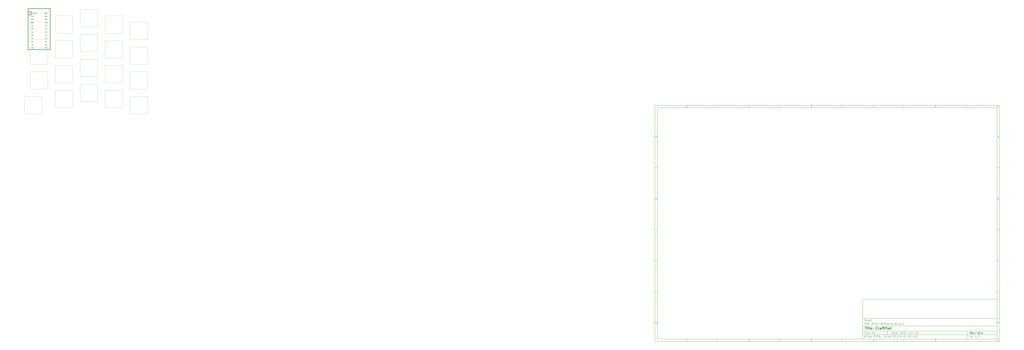
<source format=gbr>
%TF.GenerationSoftware,KiCad,Pcbnew,(5.1.9-0-10_14)*%
%TF.CreationDate,2021-04-02T00:26:10+08:00*%
%TF.ProjectId,MinecraftPad,4d696e65-6372-4616-9674-5061642e6b69,v0.1*%
%TF.SameCoordinates,Original*%
%TF.FileFunction,Legend,Bot*%
%TF.FilePolarity,Positive*%
%FSLAX46Y46*%
G04 Gerber Fmt 4.6, Leading zero omitted, Abs format (unit mm)*
G04 Created by KiCad (PCBNEW (5.1.9-0-10_14)) date 2021-04-02 00:26:10*
%MOMM*%
%LPD*%
G01*
G04 APERTURE LIST*
%ADD10C,0.100000*%
%ADD11C,0.150000*%
%ADD12C,0.300000*%
%ADD13C,0.400000*%
%ADD14C,0.120000*%
%ADD15C,0.381000*%
G04 APERTURE END LIST*
D10*
D11*
X177002200Y-166007200D02*
X177002200Y-198007200D01*
X285002200Y-198007200D01*
X285002200Y-166007200D01*
X177002200Y-166007200D01*
D10*
D11*
X10000000Y-10000000D02*
X10000000Y-200007200D01*
X287002200Y-200007200D01*
X287002200Y-10000000D01*
X10000000Y-10000000D01*
D10*
D11*
X12000000Y-12000000D02*
X12000000Y-198007200D01*
X285002200Y-198007200D01*
X285002200Y-12000000D01*
X12000000Y-12000000D01*
D10*
D11*
X60000000Y-12000000D02*
X60000000Y-10000000D01*
D10*
D11*
X110000000Y-12000000D02*
X110000000Y-10000000D01*
D10*
D11*
X160000000Y-12000000D02*
X160000000Y-10000000D01*
D10*
D11*
X210000000Y-12000000D02*
X210000000Y-10000000D01*
D10*
D11*
X260000000Y-12000000D02*
X260000000Y-10000000D01*
D10*
D11*
X36065476Y-11588095D02*
X35322619Y-11588095D01*
X35694047Y-11588095D02*
X35694047Y-10288095D01*
X35570238Y-10473809D01*
X35446428Y-10597619D01*
X35322619Y-10659523D01*
D10*
D11*
X85322619Y-10411904D02*
X85384523Y-10350000D01*
X85508333Y-10288095D01*
X85817857Y-10288095D01*
X85941666Y-10350000D01*
X86003571Y-10411904D01*
X86065476Y-10535714D01*
X86065476Y-10659523D01*
X86003571Y-10845238D01*
X85260714Y-11588095D01*
X86065476Y-11588095D01*
D10*
D11*
X135260714Y-10288095D02*
X136065476Y-10288095D01*
X135632142Y-10783333D01*
X135817857Y-10783333D01*
X135941666Y-10845238D01*
X136003571Y-10907142D01*
X136065476Y-11030952D01*
X136065476Y-11340476D01*
X136003571Y-11464285D01*
X135941666Y-11526190D01*
X135817857Y-11588095D01*
X135446428Y-11588095D01*
X135322619Y-11526190D01*
X135260714Y-11464285D01*
D10*
D11*
X185941666Y-10721428D02*
X185941666Y-11588095D01*
X185632142Y-10226190D02*
X185322619Y-11154761D01*
X186127380Y-11154761D01*
D10*
D11*
X236003571Y-10288095D02*
X235384523Y-10288095D01*
X235322619Y-10907142D01*
X235384523Y-10845238D01*
X235508333Y-10783333D01*
X235817857Y-10783333D01*
X235941666Y-10845238D01*
X236003571Y-10907142D01*
X236065476Y-11030952D01*
X236065476Y-11340476D01*
X236003571Y-11464285D01*
X235941666Y-11526190D01*
X235817857Y-11588095D01*
X235508333Y-11588095D01*
X235384523Y-11526190D01*
X235322619Y-11464285D01*
D10*
D11*
X285941666Y-10288095D02*
X285694047Y-10288095D01*
X285570238Y-10350000D01*
X285508333Y-10411904D01*
X285384523Y-10597619D01*
X285322619Y-10845238D01*
X285322619Y-11340476D01*
X285384523Y-11464285D01*
X285446428Y-11526190D01*
X285570238Y-11588095D01*
X285817857Y-11588095D01*
X285941666Y-11526190D01*
X286003571Y-11464285D01*
X286065476Y-11340476D01*
X286065476Y-11030952D01*
X286003571Y-10907142D01*
X285941666Y-10845238D01*
X285817857Y-10783333D01*
X285570238Y-10783333D01*
X285446428Y-10845238D01*
X285384523Y-10907142D01*
X285322619Y-11030952D01*
D10*
D11*
X60000000Y-198007200D02*
X60000000Y-200007200D01*
D10*
D11*
X110000000Y-198007200D02*
X110000000Y-200007200D01*
D10*
D11*
X160000000Y-198007200D02*
X160000000Y-200007200D01*
D10*
D11*
X210000000Y-198007200D02*
X210000000Y-200007200D01*
D10*
D11*
X260000000Y-198007200D02*
X260000000Y-200007200D01*
D10*
D11*
X36065476Y-199595295D02*
X35322619Y-199595295D01*
X35694047Y-199595295D02*
X35694047Y-198295295D01*
X35570238Y-198481009D01*
X35446428Y-198604819D01*
X35322619Y-198666723D01*
D10*
D11*
X85322619Y-198419104D02*
X85384523Y-198357200D01*
X85508333Y-198295295D01*
X85817857Y-198295295D01*
X85941666Y-198357200D01*
X86003571Y-198419104D01*
X86065476Y-198542914D01*
X86065476Y-198666723D01*
X86003571Y-198852438D01*
X85260714Y-199595295D01*
X86065476Y-199595295D01*
D10*
D11*
X135260714Y-198295295D02*
X136065476Y-198295295D01*
X135632142Y-198790533D01*
X135817857Y-198790533D01*
X135941666Y-198852438D01*
X136003571Y-198914342D01*
X136065476Y-199038152D01*
X136065476Y-199347676D01*
X136003571Y-199471485D01*
X135941666Y-199533390D01*
X135817857Y-199595295D01*
X135446428Y-199595295D01*
X135322619Y-199533390D01*
X135260714Y-199471485D01*
D10*
D11*
X185941666Y-198728628D02*
X185941666Y-199595295D01*
X185632142Y-198233390D02*
X185322619Y-199161961D01*
X186127380Y-199161961D01*
D10*
D11*
X236003571Y-198295295D02*
X235384523Y-198295295D01*
X235322619Y-198914342D01*
X235384523Y-198852438D01*
X235508333Y-198790533D01*
X235817857Y-198790533D01*
X235941666Y-198852438D01*
X236003571Y-198914342D01*
X236065476Y-199038152D01*
X236065476Y-199347676D01*
X236003571Y-199471485D01*
X235941666Y-199533390D01*
X235817857Y-199595295D01*
X235508333Y-199595295D01*
X235384523Y-199533390D01*
X235322619Y-199471485D01*
D10*
D11*
X285941666Y-198295295D02*
X285694047Y-198295295D01*
X285570238Y-198357200D01*
X285508333Y-198419104D01*
X285384523Y-198604819D01*
X285322619Y-198852438D01*
X285322619Y-199347676D01*
X285384523Y-199471485D01*
X285446428Y-199533390D01*
X285570238Y-199595295D01*
X285817857Y-199595295D01*
X285941666Y-199533390D01*
X286003571Y-199471485D01*
X286065476Y-199347676D01*
X286065476Y-199038152D01*
X286003571Y-198914342D01*
X285941666Y-198852438D01*
X285817857Y-198790533D01*
X285570238Y-198790533D01*
X285446428Y-198852438D01*
X285384523Y-198914342D01*
X285322619Y-199038152D01*
D10*
D11*
X10000000Y-60000000D02*
X12000000Y-60000000D01*
D10*
D11*
X10000000Y-110000000D02*
X12000000Y-110000000D01*
D10*
D11*
X10000000Y-160000000D02*
X12000000Y-160000000D01*
D10*
D11*
X10690476Y-35216666D02*
X11309523Y-35216666D01*
X10566666Y-35588095D02*
X11000000Y-34288095D01*
X11433333Y-35588095D01*
D10*
D11*
X11092857Y-84907142D02*
X11278571Y-84969047D01*
X11340476Y-85030952D01*
X11402380Y-85154761D01*
X11402380Y-85340476D01*
X11340476Y-85464285D01*
X11278571Y-85526190D01*
X11154761Y-85588095D01*
X10659523Y-85588095D01*
X10659523Y-84288095D01*
X11092857Y-84288095D01*
X11216666Y-84350000D01*
X11278571Y-84411904D01*
X11340476Y-84535714D01*
X11340476Y-84659523D01*
X11278571Y-84783333D01*
X11216666Y-84845238D01*
X11092857Y-84907142D01*
X10659523Y-84907142D01*
D10*
D11*
X11402380Y-135464285D02*
X11340476Y-135526190D01*
X11154761Y-135588095D01*
X11030952Y-135588095D01*
X10845238Y-135526190D01*
X10721428Y-135402380D01*
X10659523Y-135278571D01*
X10597619Y-135030952D01*
X10597619Y-134845238D01*
X10659523Y-134597619D01*
X10721428Y-134473809D01*
X10845238Y-134350000D01*
X11030952Y-134288095D01*
X11154761Y-134288095D01*
X11340476Y-134350000D01*
X11402380Y-134411904D01*
D10*
D11*
X10659523Y-185588095D02*
X10659523Y-184288095D01*
X10969047Y-184288095D01*
X11154761Y-184350000D01*
X11278571Y-184473809D01*
X11340476Y-184597619D01*
X11402380Y-184845238D01*
X11402380Y-185030952D01*
X11340476Y-185278571D01*
X11278571Y-185402380D01*
X11154761Y-185526190D01*
X10969047Y-185588095D01*
X10659523Y-185588095D01*
D10*
D11*
X287002200Y-60000000D02*
X285002200Y-60000000D01*
D10*
D11*
X287002200Y-110000000D02*
X285002200Y-110000000D01*
D10*
D11*
X287002200Y-160000000D02*
X285002200Y-160000000D01*
D10*
D11*
X285692676Y-35216666D02*
X286311723Y-35216666D01*
X285568866Y-35588095D02*
X286002200Y-34288095D01*
X286435533Y-35588095D01*
D10*
D11*
X286095057Y-84907142D02*
X286280771Y-84969047D01*
X286342676Y-85030952D01*
X286404580Y-85154761D01*
X286404580Y-85340476D01*
X286342676Y-85464285D01*
X286280771Y-85526190D01*
X286156961Y-85588095D01*
X285661723Y-85588095D01*
X285661723Y-84288095D01*
X286095057Y-84288095D01*
X286218866Y-84350000D01*
X286280771Y-84411904D01*
X286342676Y-84535714D01*
X286342676Y-84659523D01*
X286280771Y-84783333D01*
X286218866Y-84845238D01*
X286095057Y-84907142D01*
X285661723Y-84907142D01*
D10*
D11*
X286404580Y-135464285D02*
X286342676Y-135526190D01*
X286156961Y-135588095D01*
X286033152Y-135588095D01*
X285847438Y-135526190D01*
X285723628Y-135402380D01*
X285661723Y-135278571D01*
X285599819Y-135030952D01*
X285599819Y-134845238D01*
X285661723Y-134597619D01*
X285723628Y-134473809D01*
X285847438Y-134350000D01*
X286033152Y-134288095D01*
X286156961Y-134288095D01*
X286342676Y-134350000D01*
X286404580Y-134411904D01*
D10*
D11*
X285661723Y-185588095D02*
X285661723Y-184288095D01*
X285971247Y-184288095D01*
X286156961Y-184350000D01*
X286280771Y-184473809D01*
X286342676Y-184597619D01*
X286404580Y-184845238D01*
X286404580Y-185030952D01*
X286342676Y-185278571D01*
X286280771Y-185402380D01*
X286156961Y-185526190D01*
X285971247Y-185588095D01*
X285661723Y-185588095D01*
D10*
D11*
X200434342Y-193785771D02*
X200434342Y-192285771D01*
X200791485Y-192285771D01*
X201005771Y-192357200D01*
X201148628Y-192500057D01*
X201220057Y-192642914D01*
X201291485Y-192928628D01*
X201291485Y-193142914D01*
X201220057Y-193428628D01*
X201148628Y-193571485D01*
X201005771Y-193714342D01*
X200791485Y-193785771D01*
X200434342Y-193785771D01*
X202577200Y-193785771D02*
X202577200Y-193000057D01*
X202505771Y-192857200D01*
X202362914Y-192785771D01*
X202077200Y-192785771D01*
X201934342Y-192857200D01*
X202577200Y-193714342D02*
X202434342Y-193785771D01*
X202077200Y-193785771D01*
X201934342Y-193714342D01*
X201862914Y-193571485D01*
X201862914Y-193428628D01*
X201934342Y-193285771D01*
X202077200Y-193214342D01*
X202434342Y-193214342D01*
X202577200Y-193142914D01*
X203077200Y-192785771D02*
X203648628Y-192785771D01*
X203291485Y-192285771D02*
X203291485Y-193571485D01*
X203362914Y-193714342D01*
X203505771Y-193785771D01*
X203648628Y-193785771D01*
X204720057Y-193714342D02*
X204577200Y-193785771D01*
X204291485Y-193785771D01*
X204148628Y-193714342D01*
X204077200Y-193571485D01*
X204077200Y-193000057D01*
X204148628Y-192857200D01*
X204291485Y-192785771D01*
X204577200Y-192785771D01*
X204720057Y-192857200D01*
X204791485Y-193000057D01*
X204791485Y-193142914D01*
X204077200Y-193285771D01*
X205434342Y-193642914D02*
X205505771Y-193714342D01*
X205434342Y-193785771D01*
X205362914Y-193714342D01*
X205434342Y-193642914D01*
X205434342Y-193785771D01*
X205434342Y-192857200D02*
X205505771Y-192928628D01*
X205434342Y-193000057D01*
X205362914Y-192928628D01*
X205434342Y-192857200D01*
X205434342Y-193000057D01*
X207220057Y-192428628D02*
X207291485Y-192357200D01*
X207434342Y-192285771D01*
X207791485Y-192285771D01*
X207934342Y-192357200D01*
X208005771Y-192428628D01*
X208077200Y-192571485D01*
X208077200Y-192714342D01*
X208005771Y-192928628D01*
X207148628Y-193785771D01*
X208077200Y-193785771D01*
X209005771Y-192285771D02*
X209148628Y-192285771D01*
X209291485Y-192357200D01*
X209362914Y-192428628D01*
X209434342Y-192571485D01*
X209505771Y-192857200D01*
X209505771Y-193214342D01*
X209434342Y-193500057D01*
X209362914Y-193642914D01*
X209291485Y-193714342D01*
X209148628Y-193785771D01*
X209005771Y-193785771D01*
X208862914Y-193714342D01*
X208791485Y-193642914D01*
X208720057Y-193500057D01*
X208648628Y-193214342D01*
X208648628Y-192857200D01*
X208720057Y-192571485D01*
X208791485Y-192428628D01*
X208862914Y-192357200D01*
X209005771Y-192285771D01*
X210077200Y-192428628D02*
X210148628Y-192357200D01*
X210291485Y-192285771D01*
X210648628Y-192285771D01*
X210791485Y-192357200D01*
X210862914Y-192428628D01*
X210934342Y-192571485D01*
X210934342Y-192714342D01*
X210862914Y-192928628D01*
X210005771Y-193785771D01*
X210934342Y-193785771D01*
X212362914Y-193785771D02*
X211505771Y-193785771D01*
X211934342Y-193785771D02*
X211934342Y-192285771D01*
X211791485Y-192500057D01*
X211648628Y-192642914D01*
X211505771Y-192714342D01*
X213005771Y-193214342D02*
X214148628Y-193214342D01*
X215148628Y-192285771D02*
X215291485Y-192285771D01*
X215434342Y-192357200D01*
X215505771Y-192428628D01*
X215577200Y-192571485D01*
X215648628Y-192857200D01*
X215648628Y-193214342D01*
X215577200Y-193500057D01*
X215505771Y-193642914D01*
X215434342Y-193714342D01*
X215291485Y-193785771D01*
X215148628Y-193785771D01*
X215005771Y-193714342D01*
X214934342Y-193642914D01*
X214862914Y-193500057D01*
X214791485Y-193214342D01*
X214791485Y-192857200D01*
X214862914Y-192571485D01*
X214934342Y-192428628D01*
X215005771Y-192357200D01*
X215148628Y-192285771D01*
X216934342Y-192785771D02*
X216934342Y-193785771D01*
X216577200Y-192214342D02*
X216220057Y-193285771D01*
X217148628Y-193285771D01*
X217720057Y-193214342D02*
X218862914Y-193214342D01*
X219862914Y-192285771D02*
X220005771Y-192285771D01*
X220148628Y-192357200D01*
X220220057Y-192428628D01*
X220291485Y-192571485D01*
X220362914Y-192857200D01*
X220362914Y-193214342D01*
X220291485Y-193500057D01*
X220220057Y-193642914D01*
X220148628Y-193714342D01*
X220005771Y-193785771D01*
X219862914Y-193785771D01*
X219720057Y-193714342D01*
X219648628Y-193642914D01*
X219577200Y-193500057D01*
X219505771Y-193214342D01*
X219505771Y-192857200D01*
X219577200Y-192571485D01*
X219648628Y-192428628D01*
X219720057Y-192357200D01*
X219862914Y-192285771D01*
X221791485Y-193785771D02*
X220934342Y-193785771D01*
X221362914Y-193785771D02*
X221362914Y-192285771D01*
X221220057Y-192500057D01*
X221077200Y-192642914D01*
X220934342Y-192714342D01*
D10*
D11*
X177002200Y-194507200D02*
X285002200Y-194507200D01*
D10*
D11*
X178434342Y-196585771D02*
X178434342Y-195085771D01*
X179291485Y-196585771D02*
X178648628Y-195728628D01*
X179291485Y-195085771D02*
X178434342Y-195942914D01*
X179934342Y-196585771D02*
X179934342Y-195585771D01*
X179934342Y-195085771D02*
X179862914Y-195157200D01*
X179934342Y-195228628D01*
X180005771Y-195157200D01*
X179934342Y-195085771D01*
X179934342Y-195228628D01*
X181505771Y-196442914D02*
X181434342Y-196514342D01*
X181220057Y-196585771D01*
X181077200Y-196585771D01*
X180862914Y-196514342D01*
X180720057Y-196371485D01*
X180648628Y-196228628D01*
X180577200Y-195942914D01*
X180577200Y-195728628D01*
X180648628Y-195442914D01*
X180720057Y-195300057D01*
X180862914Y-195157200D01*
X181077200Y-195085771D01*
X181220057Y-195085771D01*
X181434342Y-195157200D01*
X181505771Y-195228628D01*
X182791485Y-196585771D02*
X182791485Y-195800057D01*
X182720057Y-195657200D01*
X182577200Y-195585771D01*
X182291485Y-195585771D01*
X182148628Y-195657200D01*
X182791485Y-196514342D02*
X182648628Y-196585771D01*
X182291485Y-196585771D01*
X182148628Y-196514342D01*
X182077200Y-196371485D01*
X182077200Y-196228628D01*
X182148628Y-196085771D01*
X182291485Y-196014342D01*
X182648628Y-196014342D01*
X182791485Y-195942914D01*
X184148628Y-196585771D02*
X184148628Y-195085771D01*
X184148628Y-196514342D02*
X184005771Y-196585771D01*
X183720057Y-196585771D01*
X183577200Y-196514342D01*
X183505771Y-196442914D01*
X183434342Y-196300057D01*
X183434342Y-195871485D01*
X183505771Y-195728628D01*
X183577200Y-195657200D01*
X183720057Y-195585771D01*
X184005771Y-195585771D01*
X184148628Y-195657200D01*
X186005771Y-195800057D02*
X186505771Y-195800057D01*
X186720057Y-196585771D02*
X186005771Y-196585771D01*
X186005771Y-195085771D01*
X186720057Y-195085771D01*
X187362914Y-196442914D02*
X187434342Y-196514342D01*
X187362914Y-196585771D01*
X187291485Y-196514342D01*
X187362914Y-196442914D01*
X187362914Y-196585771D01*
X188077200Y-196585771D02*
X188077200Y-195085771D01*
X188434342Y-195085771D01*
X188648628Y-195157200D01*
X188791485Y-195300057D01*
X188862914Y-195442914D01*
X188934342Y-195728628D01*
X188934342Y-195942914D01*
X188862914Y-196228628D01*
X188791485Y-196371485D01*
X188648628Y-196514342D01*
X188434342Y-196585771D01*
X188077200Y-196585771D01*
X189577200Y-196442914D02*
X189648628Y-196514342D01*
X189577200Y-196585771D01*
X189505771Y-196514342D01*
X189577200Y-196442914D01*
X189577200Y-196585771D01*
X190220057Y-196157200D02*
X190934342Y-196157200D01*
X190077200Y-196585771D02*
X190577200Y-195085771D01*
X191077200Y-196585771D01*
X191577200Y-196442914D02*
X191648628Y-196514342D01*
X191577200Y-196585771D01*
X191505771Y-196514342D01*
X191577200Y-196442914D01*
X191577200Y-196585771D01*
X194577200Y-196585771D02*
X194577200Y-195085771D01*
X194720057Y-196014342D02*
X195148628Y-196585771D01*
X195148628Y-195585771D02*
X194577200Y-196157200D01*
X195791485Y-196585771D02*
X195791485Y-195585771D01*
X195791485Y-195085771D02*
X195720057Y-195157200D01*
X195791485Y-195228628D01*
X195862914Y-195157200D01*
X195791485Y-195085771D01*
X195791485Y-195228628D01*
X197148628Y-196514342D02*
X197005771Y-196585771D01*
X196720057Y-196585771D01*
X196577200Y-196514342D01*
X196505771Y-196442914D01*
X196434342Y-196300057D01*
X196434342Y-195871485D01*
X196505771Y-195728628D01*
X196577200Y-195657200D01*
X196720057Y-195585771D01*
X197005771Y-195585771D01*
X197148628Y-195657200D01*
X198434342Y-196585771D02*
X198434342Y-195800057D01*
X198362914Y-195657200D01*
X198220057Y-195585771D01*
X197934342Y-195585771D01*
X197791485Y-195657200D01*
X198434342Y-196514342D02*
X198291485Y-196585771D01*
X197934342Y-196585771D01*
X197791485Y-196514342D01*
X197720057Y-196371485D01*
X197720057Y-196228628D01*
X197791485Y-196085771D01*
X197934342Y-196014342D01*
X198291485Y-196014342D01*
X198434342Y-195942914D01*
X199791485Y-196585771D02*
X199791485Y-195085771D01*
X199791485Y-196514342D02*
X199648628Y-196585771D01*
X199362914Y-196585771D01*
X199220057Y-196514342D01*
X199148628Y-196442914D01*
X199077200Y-196300057D01*
X199077200Y-195871485D01*
X199148628Y-195728628D01*
X199220057Y-195657200D01*
X199362914Y-195585771D01*
X199648628Y-195585771D01*
X199791485Y-195657200D01*
X202077200Y-197157200D02*
X202005771Y-197085771D01*
X201862914Y-196871485D01*
X201791485Y-196728628D01*
X201720057Y-196514342D01*
X201648628Y-196157200D01*
X201648628Y-195871485D01*
X201720057Y-195514342D01*
X201791485Y-195300057D01*
X201862914Y-195157200D01*
X202005771Y-194942914D01*
X202077200Y-194871485D01*
X203362914Y-195085771D02*
X202648628Y-195085771D01*
X202577200Y-195800057D01*
X202648628Y-195728628D01*
X202791485Y-195657200D01*
X203148628Y-195657200D01*
X203291485Y-195728628D01*
X203362914Y-195800057D01*
X203434342Y-195942914D01*
X203434342Y-196300057D01*
X203362914Y-196442914D01*
X203291485Y-196514342D01*
X203148628Y-196585771D01*
X202791485Y-196585771D01*
X202648628Y-196514342D01*
X202577200Y-196442914D01*
X204077200Y-196442914D02*
X204148628Y-196514342D01*
X204077200Y-196585771D01*
X204005771Y-196514342D01*
X204077200Y-196442914D01*
X204077200Y-196585771D01*
X205577200Y-196585771D02*
X204720057Y-196585771D01*
X205148628Y-196585771D02*
X205148628Y-195085771D01*
X205005771Y-195300057D01*
X204862914Y-195442914D01*
X204720057Y-195514342D01*
X206220057Y-196442914D02*
X206291485Y-196514342D01*
X206220057Y-196585771D01*
X206148628Y-196514342D01*
X206220057Y-196442914D01*
X206220057Y-196585771D01*
X207005771Y-196585771D02*
X207291485Y-196585771D01*
X207434342Y-196514342D01*
X207505771Y-196442914D01*
X207648628Y-196228628D01*
X207720057Y-195942914D01*
X207720057Y-195371485D01*
X207648628Y-195228628D01*
X207577200Y-195157200D01*
X207434342Y-195085771D01*
X207148628Y-195085771D01*
X207005771Y-195157200D01*
X206934342Y-195228628D01*
X206862914Y-195371485D01*
X206862914Y-195728628D01*
X206934342Y-195871485D01*
X207005771Y-195942914D01*
X207148628Y-196014342D01*
X207434342Y-196014342D01*
X207577200Y-195942914D01*
X207648628Y-195871485D01*
X207720057Y-195728628D01*
X208362914Y-196014342D02*
X209505771Y-196014342D01*
X210505771Y-195085771D02*
X210648628Y-195085771D01*
X210791485Y-195157200D01*
X210862914Y-195228628D01*
X210934342Y-195371485D01*
X211005771Y-195657200D01*
X211005771Y-196014342D01*
X210934342Y-196300057D01*
X210862914Y-196442914D01*
X210791485Y-196514342D01*
X210648628Y-196585771D01*
X210505771Y-196585771D01*
X210362914Y-196514342D01*
X210291485Y-196442914D01*
X210220057Y-196300057D01*
X210148628Y-196014342D01*
X210148628Y-195657200D01*
X210220057Y-195371485D01*
X210291485Y-195228628D01*
X210362914Y-195157200D01*
X210505771Y-195085771D01*
X211648628Y-196014342D02*
X212791485Y-196014342D01*
X214291485Y-196585771D02*
X213434342Y-196585771D01*
X213862914Y-196585771D02*
X213862914Y-195085771D01*
X213720057Y-195300057D01*
X213577200Y-195442914D01*
X213434342Y-195514342D01*
X215220057Y-195085771D02*
X215362914Y-195085771D01*
X215505771Y-195157200D01*
X215577200Y-195228628D01*
X215648628Y-195371485D01*
X215720057Y-195657200D01*
X215720057Y-196014342D01*
X215648628Y-196300057D01*
X215577200Y-196442914D01*
X215505771Y-196514342D01*
X215362914Y-196585771D01*
X215220057Y-196585771D01*
X215077200Y-196514342D01*
X215005771Y-196442914D01*
X214934342Y-196300057D01*
X214862914Y-196014342D01*
X214862914Y-195657200D01*
X214934342Y-195371485D01*
X215005771Y-195228628D01*
X215077200Y-195157200D01*
X215220057Y-195085771D01*
X216005771Y-196728628D02*
X217148628Y-196728628D01*
X218291485Y-196585771D02*
X217434342Y-196585771D01*
X217862914Y-196585771D02*
X217862914Y-195085771D01*
X217720057Y-195300057D01*
X217577200Y-195442914D01*
X217434342Y-195514342D01*
X219577200Y-195585771D02*
X219577200Y-196585771D01*
X219220057Y-195014342D02*
X218862914Y-196085771D01*
X219791485Y-196085771D01*
X220220057Y-197157200D02*
X220291485Y-197085771D01*
X220434342Y-196871485D01*
X220505771Y-196728628D01*
X220577200Y-196514342D01*
X220648628Y-196157200D01*
X220648628Y-195871485D01*
X220577200Y-195514342D01*
X220505771Y-195300057D01*
X220434342Y-195157200D01*
X220291485Y-194942914D01*
X220220057Y-194871485D01*
D10*
D11*
X177002200Y-191507200D02*
X285002200Y-191507200D01*
D10*
D12*
X264411485Y-193785771D02*
X263911485Y-193071485D01*
X263554342Y-193785771D02*
X263554342Y-192285771D01*
X264125771Y-192285771D01*
X264268628Y-192357200D01*
X264340057Y-192428628D01*
X264411485Y-192571485D01*
X264411485Y-192785771D01*
X264340057Y-192928628D01*
X264268628Y-193000057D01*
X264125771Y-193071485D01*
X263554342Y-193071485D01*
X265625771Y-193714342D02*
X265482914Y-193785771D01*
X265197200Y-193785771D01*
X265054342Y-193714342D01*
X264982914Y-193571485D01*
X264982914Y-193000057D01*
X265054342Y-192857200D01*
X265197200Y-192785771D01*
X265482914Y-192785771D01*
X265625771Y-192857200D01*
X265697200Y-193000057D01*
X265697200Y-193142914D01*
X264982914Y-193285771D01*
X266197200Y-192785771D02*
X266554342Y-193785771D01*
X266911485Y-192785771D01*
X267482914Y-193642914D02*
X267554342Y-193714342D01*
X267482914Y-193785771D01*
X267411485Y-193714342D01*
X267482914Y-193642914D01*
X267482914Y-193785771D01*
X267482914Y-192857200D02*
X267554342Y-192928628D01*
X267482914Y-193000057D01*
X267411485Y-192928628D01*
X267482914Y-192857200D01*
X267482914Y-193000057D01*
X269197200Y-192785771D02*
X269554342Y-193785771D01*
X269911485Y-192785771D01*
X270768628Y-192285771D02*
X270911485Y-192285771D01*
X271054342Y-192357200D01*
X271125771Y-192428628D01*
X271197200Y-192571485D01*
X271268628Y-192857200D01*
X271268628Y-193214342D01*
X271197200Y-193500057D01*
X271125771Y-193642914D01*
X271054342Y-193714342D01*
X270911485Y-193785771D01*
X270768628Y-193785771D01*
X270625771Y-193714342D01*
X270554342Y-193642914D01*
X270482914Y-193500057D01*
X270411485Y-193214342D01*
X270411485Y-192857200D01*
X270482914Y-192571485D01*
X270554342Y-192428628D01*
X270625771Y-192357200D01*
X270768628Y-192285771D01*
X271911485Y-193642914D02*
X271982914Y-193714342D01*
X271911485Y-193785771D01*
X271840057Y-193714342D01*
X271911485Y-193642914D01*
X271911485Y-193785771D01*
X273411485Y-193785771D02*
X272554342Y-193785771D01*
X272982914Y-193785771D02*
X272982914Y-192285771D01*
X272840057Y-192500057D01*
X272697200Y-192642914D01*
X272554342Y-192714342D01*
D10*
D11*
X178362914Y-193714342D02*
X178577200Y-193785771D01*
X178934342Y-193785771D01*
X179077200Y-193714342D01*
X179148628Y-193642914D01*
X179220057Y-193500057D01*
X179220057Y-193357200D01*
X179148628Y-193214342D01*
X179077200Y-193142914D01*
X178934342Y-193071485D01*
X178648628Y-193000057D01*
X178505771Y-192928628D01*
X178434342Y-192857200D01*
X178362914Y-192714342D01*
X178362914Y-192571485D01*
X178434342Y-192428628D01*
X178505771Y-192357200D01*
X178648628Y-192285771D01*
X179005771Y-192285771D01*
X179220057Y-192357200D01*
X179862914Y-193785771D02*
X179862914Y-192785771D01*
X179862914Y-192285771D02*
X179791485Y-192357200D01*
X179862914Y-192428628D01*
X179934342Y-192357200D01*
X179862914Y-192285771D01*
X179862914Y-192428628D01*
X180434342Y-192785771D02*
X181220057Y-192785771D01*
X180434342Y-193785771D01*
X181220057Y-193785771D01*
X182362914Y-193714342D02*
X182220057Y-193785771D01*
X181934342Y-193785771D01*
X181791485Y-193714342D01*
X181720057Y-193571485D01*
X181720057Y-193000057D01*
X181791485Y-192857200D01*
X181934342Y-192785771D01*
X182220057Y-192785771D01*
X182362914Y-192857200D01*
X182434342Y-193000057D01*
X182434342Y-193142914D01*
X181720057Y-193285771D01*
X183077200Y-193642914D02*
X183148628Y-193714342D01*
X183077200Y-193785771D01*
X183005771Y-193714342D01*
X183077200Y-193642914D01*
X183077200Y-193785771D01*
X183077200Y-192857200D02*
X183148628Y-192928628D01*
X183077200Y-193000057D01*
X183005771Y-192928628D01*
X183077200Y-192857200D01*
X183077200Y-193000057D01*
X184862914Y-193357200D02*
X185577200Y-193357200D01*
X184720057Y-193785771D02*
X185220057Y-192285771D01*
X185720057Y-193785771D01*
X186862914Y-192785771D02*
X186862914Y-193785771D01*
X186505771Y-192214342D02*
X186148628Y-193285771D01*
X187077200Y-193285771D01*
D10*
D11*
X263434342Y-196585771D02*
X263434342Y-195085771D01*
X264791485Y-196585771D02*
X264791485Y-195085771D01*
X264791485Y-196514342D02*
X264648628Y-196585771D01*
X264362914Y-196585771D01*
X264220057Y-196514342D01*
X264148628Y-196442914D01*
X264077200Y-196300057D01*
X264077200Y-195871485D01*
X264148628Y-195728628D01*
X264220057Y-195657200D01*
X264362914Y-195585771D01*
X264648628Y-195585771D01*
X264791485Y-195657200D01*
X265505771Y-196442914D02*
X265577200Y-196514342D01*
X265505771Y-196585771D01*
X265434342Y-196514342D01*
X265505771Y-196442914D01*
X265505771Y-196585771D01*
X265505771Y-195657200D02*
X265577200Y-195728628D01*
X265505771Y-195800057D01*
X265434342Y-195728628D01*
X265505771Y-195657200D01*
X265505771Y-195800057D01*
X268148628Y-196585771D02*
X267291485Y-196585771D01*
X267720057Y-196585771D02*
X267720057Y-195085771D01*
X267577200Y-195300057D01*
X267434342Y-195442914D01*
X267291485Y-195514342D01*
X269862914Y-195014342D02*
X268577200Y-196942914D01*
X271148628Y-196585771D02*
X270291485Y-196585771D01*
X270720057Y-196585771D02*
X270720057Y-195085771D01*
X270577200Y-195300057D01*
X270434342Y-195442914D01*
X270291485Y-195514342D01*
D10*
D11*
X177002200Y-187507200D02*
X285002200Y-187507200D01*
D10*
D13*
X178714580Y-188211961D02*
X179857438Y-188211961D01*
X179036009Y-190211961D02*
X179286009Y-188211961D01*
X180274104Y-190211961D02*
X180440771Y-188878628D01*
X180524104Y-188211961D02*
X180416961Y-188307200D01*
X180500295Y-188402438D01*
X180607438Y-188307200D01*
X180524104Y-188211961D01*
X180500295Y-188402438D01*
X181107438Y-188878628D02*
X181869342Y-188878628D01*
X181476485Y-188211961D02*
X181262200Y-189926247D01*
X181333628Y-190116723D01*
X181512200Y-190211961D01*
X181702676Y-190211961D01*
X182655057Y-190211961D02*
X182476485Y-190116723D01*
X182405057Y-189926247D01*
X182619342Y-188211961D01*
X184190771Y-190116723D02*
X183988390Y-190211961D01*
X183607438Y-190211961D01*
X183428866Y-190116723D01*
X183357438Y-189926247D01*
X183452676Y-189164342D01*
X183571723Y-188973866D01*
X183774104Y-188878628D01*
X184155057Y-188878628D01*
X184333628Y-188973866D01*
X184405057Y-189164342D01*
X184381247Y-189354819D01*
X183405057Y-189545295D01*
X185155057Y-190021485D02*
X185238390Y-190116723D01*
X185131247Y-190211961D01*
X185047914Y-190116723D01*
X185155057Y-190021485D01*
X185131247Y-190211961D01*
X185286009Y-188973866D02*
X185369342Y-189069104D01*
X185262200Y-189164342D01*
X185178866Y-189069104D01*
X185286009Y-188973866D01*
X185262200Y-189164342D01*
X188774104Y-190021485D02*
X188666961Y-190116723D01*
X188369342Y-190211961D01*
X188178866Y-190211961D01*
X187905057Y-190116723D01*
X187738390Y-189926247D01*
X187666961Y-189735771D01*
X187619342Y-189354819D01*
X187655057Y-189069104D01*
X187797914Y-188688152D01*
X187916961Y-188497676D01*
X188131247Y-188307200D01*
X188428866Y-188211961D01*
X188619342Y-188211961D01*
X188893152Y-188307200D01*
X188976485Y-188402438D01*
X189607438Y-190211961D02*
X189774104Y-188878628D01*
X189726485Y-189259580D02*
X189845533Y-189069104D01*
X189952676Y-188973866D01*
X190155057Y-188878628D01*
X190345533Y-188878628D01*
X191702676Y-190211961D02*
X191833628Y-189164342D01*
X191762200Y-188973866D01*
X191583628Y-188878628D01*
X191202676Y-188878628D01*
X191000295Y-188973866D01*
X191714580Y-190116723D02*
X191512200Y-190211961D01*
X191036009Y-190211961D01*
X190857438Y-190116723D01*
X190786009Y-189926247D01*
X190809819Y-189735771D01*
X190928866Y-189545295D01*
X191131247Y-189450057D01*
X191607438Y-189450057D01*
X191809819Y-189354819D01*
X192536009Y-188878628D02*
X193297914Y-188878628D01*
X192655057Y-190211961D02*
X192869342Y-188497676D01*
X192988390Y-188307200D01*
X193190771Y-188211961D01*
X193381247Y-188211961D01*
X193678866Y-188878628D02*
X194440771Y-188878628D01*
X194047914Y-188211961D02*
X193833628Y-189926247D01*
X193905057Y-190116723D01*
X194083628Y-190211961D01*
X194274104Y-190211961D01*
X194940771Y-190211961D02*
X195190771Y-188211961D01*
X195952676Y-188211961D01*
X196131247Y-188307200D01*
X196214580Y-188402438D01*
X196286009Y-188592914D01*
X196250295Y-188878628D01*
X196131247Y-189069104D01*
X196024104Y-189164342D01*
X195821723Y-189259580D01*
X195059819Y-189259580D01*
X197797914Y-190211961D02*
X197928866Y-189164342D01*
X197857438Y-188973866D01*
X197678866Y-188878628D01*
X197297914Y-188878628D01*
X197095533Y-188973866D01*
X197809819Y-190116723D02*
X197607438Y-190211961D01*
X197131247Y-190211961D01*
X196952676Y-190116723D01*
X196881247Y-189926247D01*
X196905057Y-189735771D01*
X197024104Y-189545295D01*
X197226485Y-189450057D01*
X197702676Y-189450057D01*
X197905057Y-189354819D01*
X199607438Y-190211961D02*
X199857438Y-188211961D01*
X199619342Y-190116723D02*
X199416961Y-190211961D01*
X199036009Y-190211961D01*
X198857438Y-190116723D01*
X198774104Y-190021485D01*
X198702676Y-189831009D01*
X198774104Y-189259580D01*
X198893152Y-189069104D01*
X199000295Y-188973866D01*
X199202676Y-188878628D01*
X199583628Y-188878628D01*
X199762200Y-188973866D01*
D10*
D11*
X178934342Y-185600057D02*
X178434342Y-185600057D01*
X178434342Y-186385771D02*
X178434342Y-184885771D01*
X179148628Y-184885771D01*
X179720057Y-186385771D02*
X179720057Y-185385771D01*
X179720057Y-184885771D02*
X179648628Y-184957200D01*
X179720057Y-185028628D01*
X179791485Y-184957200D01*
X179720057Y-184885771D01*
X179720057Y-185028628D01*
X180648628Y-186385771D02*
X180505771Y-186314342D01*
X180434342Y-186171485D01*
X180434342Y-184885771D01*
X181791485Y-186314342D02*
X181648628Y-186385771D01*
X181362914Y-186385771D01*
X181220057Y-186314342D01*
X181148628Y-186171485D01*
X181148628Y-185600057D01*
X181220057Y-185457200D01*
X181362914Y-185385771D01*
X181648628Y-185385771D01*
X181791485Y-185457200D01*
X181862914Y-185600057D01*
X181862914Y-185742914D01*
X181148628Y-185885771D01*
X182505771Y-186242914D02*
X182577200Y-186314342D01*
X182505771Y-186385771D01*
X182434342Y-186314342D01*
X182505771Y-186242914D01*
X182505771Y-186385771D01*
X182505771Y-185457200D02*
X182577200Y-185528628D01*
X182505771Y-185600057D01*
X182434342Y-185528628D01*
X182505771Y-185457200D01*
X182505771Y-185600057D01*
X184362914Y-186385771D02*
X184362914Y-184885771D01*
X184862914Y-185957200D01*
X185362914Y-184885771D01*
X185362914Y-186385771D01*
X186077200Y-186385771D02*
X186077200Y-185385771D01*
X186077200Y-184885771D02*
X186005771Y-184957200D01*
X186077200Y-185028628D01*
X186148628Y-184957200D01*
X186077200Y-184885771D01*
X186077200Y-185028628D01*
X186791485Y-185385771D02*
X186791485Y-186385771D01*
X186791485Y-185528628D02*
X186862914Y-185457200D01*
X187005771Y-185385771D01*
X187220057Y-185385771D01*
X187362914Y-185457200D01*
X187434342Y-185600057D01*
X187434342Y-186385771D01*
X188720057Y-186314342D02*
X188577200Y-186385771D01*
X188291485Y-186385771D01*
X188148628Y-186314342D01*
X188077200Y-186171485D01*
X188077200Y-185600057D01*
X188148628Y-185457200D01*
X188291485Y-185385771D01*
X188577200Y-185385771D01*
X188720057Y-185457200D01*
X188791485Y-185600057D01*
X188791485Y-185742914D01*
X188077200Y-185885771D01*
X190077200Y-186314342D02*
X189934342Y-186385771D01*
X189648628Y-186385771D01*
X189505771Y-186314342D01*
X189434342Y-186242914D01*
X189362914Y-186100057D01*
X189362914Y-185671485D01*
X189434342Y-185528628D01*
X189505771Y-185457200D01*
X189648628Y-185385771D01*
X189934342Y-185385771D01*
X190077200Y-185457200D01*
X190720057Y-186385771D02*
X190720057Y-185385771D01*
X190720057Y-185671485D02*
X190791485Y-185528628D01*
X190862914Y-185457200D01*
X191005771Y-185385771D01*
X191148628Y-185385771D01*
X192291485Y-186385771D02*
X192291485Y-185600057D01*
X192220057Y-185457200D01*
X192077200Y-185385771D01*
X191791485Y-185385771D01*
X191648628Y-185457200D01*
X192291485Y-186314342D02*
X192148628Y-186385771D01*
X191791485Y-186385771D01*
X191648628Y-186314342D01*
X191577200Y-186171485D01*
X191577200Y-186028628D01*
X191648628Y-185885771D01*
X191791485Y-185814342D01*
X192148628Y-185814342D01*
X192291485Y-185742914D01*
X192791485Y-185385771D02*
X193362914Y-185385771D01*
X193005771Y-186385771D02*
X193005771Y-185100057D01*
X193077200Y-184957200D01*
X193220057Y-184885771D01*
X193362914Y-184885771D01*
X193648628Y-185385771D02*
X194220057Y-185385771D01*
X193862914Y-184885771D02*
X193862914Y-186171485D01*
X193934342Y-186314342D01*
X194077200Y-186385771D01*
X194220057Y-186385771D01*
X194720057Y-186385771D02*
X194720057Y-184885771D01*
X195291485Y-184885771D01*
X195434342Y-184957200D01*
X195505771Y-185028628D01*
X195577200Y-185171485D01*
X195577200Y-185385771D01*
X195505771Y-185528628D01*
X195434342Y-185600057D01*
X195291485Y-185671485D01*
X194720057Y-185671485D01*
X196862914Y-186385771D02*
X196862914Y-185600057D01*
X196791485Y-185457200D01*
X196648628Y-185385771D01*
X196362914Y-185385771D01*
X196220057Y-185457200D01*
X196862914Y-186314342D02*
X196720057Y-186385771D01*
X196362914Y-186385771D01*
X196220057Y-186314342D01*
X196148628Y-186171485D01*
X196148628Y-186028628D01*
X196220057Y-185885771D01*
X196362914Y-185814342D01*
X196720057Y-185814342D01*
X196862914Y-185742914D01*
X198220057Y-186385771D02*
X198220057Y-184885771D01*
X198220057Y-186314342D02*
X198077200Y-186385771D01*
X197791485Y-186385771D01*
X197648628Y-186314342D01*
X197577200Y-186242914D01*
X197505771Y-186100057D01*
X197505771Y-185671485D01*
X197577200Y-185528628D01*
X197648628Y-185457200D01*
X197791485Y-185385771D01*
X198077200Y-185385771D01*
X198220057Y-185457200D01*
X198934342Y-186242914D02*
X199005771Y-186314342D01*
X198934342Y-186385771D01*
X198862914Y-186314342D01*
X198934342Y-186242914D01*
X198934342Y-186385771D01*
X199648628Y-186385771D02*
X199648628Y-184885771D01*
X199791485Y-185814342D02*
X200220057Y-186385771D01*
X200220057Y-185385771D02*
X199648628Y-185957200D01*
X200862914Y-186385771D02*
X200862914Y-185385771D01*
X200862914Y-184885771D02*
X200791485Y-184957200D01*
X200862914Y-185028628D01*
X200934342Y-184957200D01*
X200862914Y-184885771D01*
X200862914Y-185028628D01*
X202220057Y-186314342D02*
X202077200Y-186385771D01*
X201791485Y-186385771D01*
X201648628Y-186314342D01*
X201577200Y-186242914D01*
X201505771Y-186100057D01*
X201505771Y-185671485D01*
X201577200Y-185528628D01*
X201648628Y-185457200D01*
X201791485Y-185385771D01*
X202077200Y-185385771D01*
X202220057Y-185457200D01*
X203505771Y-186385771D02*
X203505771Y-185600057D01*
X203434342Y-185457200D01*
X203291485Y-185385771D01*
X203005771Y-185385771D01*
X202862914Y-185457200D01*
X203505771Y-186314342D02*
X203362914Y-186385771D01*
X203005771Y-186385771D01*
X202862914Y-186314342D01*
X202791485Y-186171485D01*
X202791485Y-186028628D01*
X202862914Y-185885771D01*
X203005771Y-185814342D01*
X203362914Y-185814342D01*
X203505771Y-185742914D01*
X204862914Y-186385771D02*
X204862914Y-184885771D01*
X204862914Y-186314342D02*
X204720057Y-186385771D01*
X204434342Y-186385771D01*
X204291485Y-186314342D01*
X204220057Y-186242914D01*
X204148628Y-186100057D01*
X204148628Y-185671485D01*
X204220057Y-185528628D01*
X204291485Y-185457200D01*
X204434342Y-185385771D01*
X204720057Y-185385771D01*
X204862914Y-185457200D01*
X205220057Y-186528628D02*
X206362914Y-186528628D01*
X206720057Y-185385771D02*
X206720057Y-186885771D01*
X206720057Y-185457200D02*
X206862914Y-185385771D01*
X207148628Y-185385771D01*
X207291485Y-185457200D01*
X207362914Y-185528628D01*
X207434342Y-185671485D01*
X207434342Y-186100057D01*
X207362914Y-186242914D01*
X207291485Y-186314342D01*
X207148628Y-186385771D01*
X206862914Y-186385771D01*
X206720057Y-186314342D01*
X208720057Y-186314342D02*
X208577200Y-186385771D01*
X208291485Y-186385771D01*
X208148628Y-186314342D01*
X208077200Y-186242914D01*
X208005771Y-186100057D01*
X208005771Y-185671485D01*
X208077200Y-185528628D01*
X208148628Y-185457200D01*
X208291485Y-185385771D01*
X208577200Y-185385771D01*
X208720057Y-185457200D01*
X209362914Y-186385771D02*
X209362914Y-184885771D01*
X209362914Y-185457200D02*
X209505771Y-185385771D01*
X209791485Y-185385771D01*
X209934342Y-185457200D01*
X210005771Y-185528628D01*
X210077200Y-185671485D01*
X210077200Y-186100057D01*
X210005771Y-186242914D01*
X209934342Y-186314342D01*
X209791485Y-186385771D01*
X209505771Y-186385771D01*
X209362914Y-186314342D01*
D10*
D11*
X177002200Y-181507200D02*
X285002200Y-181507200D01*
D10*
D11*
X178362914Y-183614342D02*
X178577200Y-183685771D01*
X178934342Y-183685771D01*
X179077200Y-183614342D01*
X179148628Y-183542914D01*
X179220057Y-183400057D01*
X179220057Y-183257200D01*
X179148628Y-183114342D01*
X179077200Y-183042914D01*
X178934342Y-182971485D01*
X178648628Y-182900057D01*
X178505771Y-182828628D01*
X178434342Y-182757200D01*
X178362914Y-182614342D01*
X178362914Y-182471485D01*
X178434342Y-182328628D01*
X178505771Y-182257200D01*
X178648628Y-182185771D01*
X179005771Y-182185771D01*
X179220057Y-182257200D01*
X179862914Y-183685771D02*
X179862914Y-182185771D01*
X180505771Y-183685771D02*
X180505771Y-182900057D01*
X180434342Y-182757200D01*
X180291485Y-182685771D01*
X180077200Y-182685771D01*
X179934342Y-182757200D01*
X179862914Y-182828628D01*
X181791485Y-183614342D02*
X181648628Y-183685771D01*
X181362914Y-183685771D01*
X181220057Y-183614342D01*
X181148628Y-183471485D01*
X181148628Y-182900057D01*
X181220057Y-182757200D01*
X181362914Y-182685771D01*
X181648628Y-182685771D01*
X181791485Y-182757200D01*
X181862914Y-182900057D01*
X181862914Y-183042914D01*
X181148628Y-183185771D01*
X183077200Y-183614342D02*
X182934342Y-183685771D01*
X182648628Y-183685771D01*
X182505771Y-183614342D01*
X182434342Y-183471485D01*
X182434342Y-182900057D01*
X182505771Y-182757200D01*
X182648628Y-182685771D01*
X182934342Y-182685771D01*
X183077200Y-182757200D01*
X183148628Y-182900057D01*
X183148628Y-183042914D01*
X182434342Y-183185771D01*
X183577200Y-182685771D02*
X184148628Y-182685771D01*
X183791485Y-182185771D02*
X183791485Y-183471485D01*
X183862914Y-183614342D01*
X184005771Y-183685771D01*
X184148628Y-183685771D01*
X184648628Y-183542914D02*
X184720057Y-183614342D01*
X184648628Y-183685771D01*
X184577200Y-183614342D01*
X184648628Y-183542914D01*
X184648628Y-183685771D01*
X184648628Y-182757200D02*
X184720057Y-182828628D01*
X184648628Y-182900057D01*
X184577200Y-182828628D01*
X184648628Y-182757200D01*
X184648628Y-182900057D01*
D10*
D11*
X197002200Y-191507200D02*
X197002200Y-194507200D01*
D10*
D11*
X261002200Y-191507200D02*
X261002200Y-198007200D01*
D14*
%TO.C,SW2*%
X-418015000Y61985000D02*
X-431985000Y61985000D01*
X-431985000Y61985000D02*
X-431985000Y48015000D01*
X-431985000Y48015000D02*
X-418015000Y48015000D01*
X-418015000Y48015000D02*
X-418015000Y61985000D01*
%TO.C,SW1*%
X-398015000Y56985000D02*
X-411985000Y56985000D01*
X-411985000Y56985000D02*
X-411985000Y43015000D01*
X-411985000Y43015000D02*
X-398015000Y43015000D01*
X-398015000Y43015000D02*
X-398015000Y56985000D01*
%TO.C,SW20*%
X-482775000Y-3015000D02*
X-496745000Y-3015000D01*
X-496745000Y-3015000D02*
X-496745000Y-16985000D01*
X-496745000Y-16985000D02*
X-482775000Y-16985000D01*
X-482775000Y-16985000D02*
X-482775000Y-3015000D01*
%TO.C,SW19*%
X-458015000Y1985000D02*
X-471985000Y1985000D01*
X-471985000Y1985000D02*
X-471985000Y-11985000D01*
X-471985000Y-11985000D02*
X-458015000Y-11985000D01*
X-458015000Y-11985000D02*
X-458015000Y1985000D01*
%TO.C,SW18*%
X-438015000Y6985000D02*
X-451985000Y6985000D01*
X-451985000Y6985000D02*
X-451985000Y-6985000D01*
X-451985000Y-6985000D02*
X-438015000Y-6985000D01*
X-438015000Y-6985000D02*
X-438015000Y6985000D01*
%TO.C,SW17*%
X-418015000Y1985000D02*
X-431985000Y1985000D01*
X-431985000Y1985000D02*
X-431985000Y-11985000D01*
X-431985000Y-11985000D02*
X-418015000Y-11985000D01*
X-418015000Y-11985000D02*
X-418015000Y1985000D01*
%TO.C,SW16*%
X-398015000Y-3015000D02*
X-411985000Y-3015000D01*
X-411985000Y-3015000D02*
X-411985000Y-16985000D01*
X-411985000Y-16985000D02*
X-398015000Y-16985000D01*
X-398015000Y-16985000D02*
X-398015000Y-3015000D01*
%TO.C,SW15*%
X-478015000Y16985000D02*
X-491985000Y16985000D01*
X-491985000Y16985000D02*
X-491985000Y3015000D01*
X-491985000Y3015000D02*
X-478015000Y3015000D01*
X-478015000Y3015000D02*
X-478015000Y16985000D01*
%TO.C,SW14*%
X-458015000Y21985000D02*
X-471985000Y21985000D01*
X-471985000Y21985000D02*
X-471985000Y8015000D01*
X-471985000Y8015000D02*
X-458015000Y8015000D01*
X-458015000Y8015000D02*
X-458015000Y21985000D01*
%TO.C,SW13*%
X-438015000Y26985000D02*
X-451985000Y26985000D01*
X-451985000Y26985000D02*
X-451985000Y13015000D01*
X-451985000Y13015000D02*
X-438015000Y13015000D01*
X-438015000Y13015000D02*
X-438015000Y26985000D01*
%TO.C,SW12*%
X-418015000Y21985000D02*
X-431985000Y21985000D01*
X-431985000Y21985000D02*
X-431985000Y8015000D01*
X-431985000Y8015000D02*
X-418015000Y8015000D01*
X-418015000Y8015000D02*
X-418015000Y21985000D01*
%TO.C,SW11*%
X-398015000Y16985000D02*
X-411985000Y16985000D01*
X-411985000Y16985000D02*
X-411985000Y3015000D01*
X-411985000Y3015000D02*
X-398015000Y3015000D01*
X-398015000Y3015000D02*
X-398015000Y16985000D01*
%TO.C,SW10*%
X-478015000Y36985000D02*
X-491985000Y36985000D01*
X-491985000Y36985000D02*
X-491985000Y23015000D01*
X-491985000Y23015000D02*
X-478015000Y23015000D01*
X-478015000Y23015000D02*
X-478015000Y36985000D01*
%TO.C,SW9*%
X-458015000Y41985000D02*
X-471985000Y41985000D01*
X-471985000Y41985000D02*
X-471985000Y28015000D01*
X-471985000Y28015000D02*
X-458015000Y28015000D01*
X-458015000Y28015000D02*
X-458015000Y41985000D01*
%TO.C,SW8*%
X-438015000Y46985000D02*
X-451985000Y46985000D01*
X-451985000Y46985000D02*
X-451985000Y33015000D01*
X-451985000Y33015000D02*
X-438015000Y33015000D01*
X-438015000Y33015000D02*
X-438015000Y46985000D01*
%TO.C,SW7*%
X-418015000Y41985000D02*
X-431985000Y41985000D01*
X-431985000Y41985000D02*
X-431985000Y28015000D01*
X-431985000Y28015000D02*
X-418015000Y28015000D01*
X-418015000Y28015000D02*
X-418015000Y41985000D01*
%TO.C,SW6*%
X-398015000Y36905000D02*
X-411985000Y36905000D01*
X-411985000Y36905000D02*
X-411985000Y22935000D01*
X-411985000Y22935000D02*
X-398015000Y22935000D01*
X-398015000Y22935000D02*
X-398015000Y36905000D01*
%TO.C,SW5*%
X-478015000Y56985000D02*
X-491985000Y56985000D01*
X-491985000Y56985000D02*
X-491985000Y43015000D01*
X-491985000Y43015000D02*
X-478015000Y43015000D01*
X-478015000Y43015000D02*
X-478015000Y56985000D01*
%TO.C,SW4*%
X-458015000Y61985000D02*
X-471985000Y61985000D01*
X-471985000Y61985000D02*
X-471985000Y48015000D01*
X-471985000Y48015000D02*
X-458015000Y48015000D01*
X-458015000Y48015000D02*
X-458015000Y61985000D01*
%TO.C,SW3*%
X-438015000Y66985000D02*
X-451985000Y66985000D01*
X-451985000Y66985000D02*
X-451985000Y53015000D01*
X-451985000Y53015000D02*
X-438015000Y53015000D01*
X-438015000Y53015000D02*
X-438015000Y66985000D01*
D15*
%TO.C,B1*%
X-491350000Y62700000D02*
X-493890000Y62700000D01*
X-491350000Y65240000D02*
X-491350000Y62700000D01*
D11*
G36*
X-478955365Y58950970D02*
G01*
X-478955365Y58850970D01*
X-478855365Y58850970D01*
X-478855365Y58950970D01*
X-478955365Y58950970D01*
G37*
X-478955365Y58950970D02*
X-478955365Y58850970D01*
X-478855365Y58850970D01*
X-478855365Y58950970D01*
X-478955365Y58950970D01*
G36*
X-478755365Y59350970D02*
G01*
X-478755365Y58550970D01*
X-478655365Y58550970D01*
X-478655365Y59350970D01*
X-478755365Y59350970D01*
G37*
X-478755365Y59350970D02*
X-478755365Y58550970D01*
X-478655365Y58550970D01*
X-478655365Y59350970D01*
X-478755365Y59350970D01*
G36*
X-479155365Y58750970D02*
G01*
X-479155365Y58550970D01*
X-479055365Y58550970D01*
X-479055365Y58750970D01*
X-479155365Y58750970D01*
G37*
X-479155365Y58750970D02*
X-479155365Y58550970D01*
X-479055365Y58550970D01*
X-479055365Y58750970D01*
X-479155365Y58750970D01*
G36*
X-479155365Y59350970D02*
G01*
X-479155365Y59050970D01*
X-479055365Y59050970D01*
X-479055365Y59350970D01*
X-479155365Y59350970D01*
G37*
X-479155365Y59350970D02*
X-479155365Y59050970D01*
X-479055365Y59050970D01*
X-479055365Y59350970D01*
X-479155365Y59350970D01*
G36*
X-479155365Y59350970D02*
G01*
X-479155365Y59250970D01*
X-478655365Y59250970D01*
X-478655365Y59350970D01*
X-479155365Y59350970D01*
G37*
X-479155365Y59350970D02*
X-479155365Y59250970D01*
X-478655365Y59250970D01*
X-478655365Y59350970D01*
X-479155365Y59350970D01*
D15*
X-476110000Y34760000D02*
X-476110000Y67780000D01*
X-493890000Y34760000D02*
X-476110000Y34760000D01*
X-493890000Y67780000D02*
X-493890000Y34760000D01*
X-476110000Y67780000D02*
X-493890000Y67780000D01*
X-491350000Y65240000D02*
X-493890000Y65240000D01*
D11*
X-479426666Y58586190D02*
X-479540952Y58548095D01*
X-479731428Y58548095D01*
X-479807619Y58586190D01*
X-479845714Y58624285D01*
X-479883809Y58700476D01*
X-479883809Y58776666D01*
X-479845714Y58852857D01*
X-479807619Y58890952D01*
X-479731428Y58929047D01*
X-479579047Y58967142D01*
X-479502857Y59005238D01*
X-479464761Y59043333D01*
X-479426666Y59119523D01*
X-479426666Y59195714D01*
X-479464761Y59271904D01*
X-479502857Y59310000D01*
X-479579047Y59348095D01*
X-479769523Y59348095D01*
X-479883809Y59310000D01*
X-480112380Y59348095D02*
X-480569523Y59348095D01*
X-480340952Y58548095D02*
X-480340952Y59348095D01*
X-486381395Y64408095D02*
X-486838538Y64408095D01*
X-486609967Y63608095D02*
X-486609967Y64408095D01*
X-487029014Y64408095D02*
X-487562348Y63608095D01*
X-487562348Y64408095D02*
X-487029014Y63608095D01*
X-488019491Y64408095D02*
X-488095681Y64408095D01*
X-488171872Y64370000D01*
X-488209967Y64331904D01*
X-488248062Y64255714D01*
X-488286157Y64103333D01*
X-488286157Y63912857D01*
X-488248062Y63760476D01*
X-488209967Y63684285D01*
X-488171872Y63646190D01*
X-488095681Y63608095D01*
X-488019491Y63608095D01*
X-487943300Y63646190D01*
X-487905205Y63684285D01*
X-487867110Y63760476D01*
X-487829014Y63912857D01*
X-487829014Y64103333D01*
X-487867110Y64255714D01*
X-487905205Y64331904D01*
X-487943300Y64370000D01*
X-488019491Y64408095D01*
X-489200443Y64446190D02*
X-488514729Y63417619D01*
X-489467110Y63608095D02*
X-489467110Y64408095D01*
X-489657586Y64408095D01*
X-489771872Y64370000D01*
X-489848062Y64293809D01*
X-489886157Y64217619D01*
X-489924252Y64065238D01*
X-489924252Y63950952D01*
X-489886157Y63798571D01*
X-489848062Y63722380D01*
X-489771872Y63646190D01*
X-489657586Y63608095D01*
X-489467110Y63608095D01*
X-490190919Y64408095D02*
X-490686157Y64408095D01*
X-490419491Y64103333D01*
X-490533776Y64103333D01*
X-490609967Y64065238D01*
X-490648062Y64027142D01*
X-490686157Y63950952D01*
X-490686157Y63760476D01*
X-490648062Y63684285D01*
X-490609967Y63646190D01*
X-490533776Y63608095D01*
X-490305205Y63608095D01*
X-490229014Y63646190D01*
X-490190919Y63684285D01*
X-479215190Y38627142D02*
X-479329476Y38589047D01*
X-479367571Y38550952D01*
X-479405666Y38474761D01*
X-479405666Y38360476D01*
X-479367571Y38284285D01*
X-479329476Y38246190D01*
X-479253285Y38208095D01*
X-478948523Y38208095D01*
X-478948523Y39008095D01*
X-479215190Y39008095D01*
X-479291380Y38970000D01*
X-479329476Y38931904D01*
X-479367571Y38855714D01*
X-479367571Y38779523D01*
X-479329476Y38703333D01*
X-479291380Y38665238D01*
X-479215190Y38627142D01*
X-478948523Y38627142D01*
X-479710428Y38931904D02*
X-479748523Y38970000D01*
X-479824714Y39008095D01*
X-480015190Y39008095D01*
X-480091380Y38970000D01*
X-480129476Y38931904D01*
X-480167571Y38855714D01*
X-480167571Y38779523D01*
X-480129476Y38665238D01*
X-479672333Y38208095D01*
X-480167571Y38208095D01*
X-479272333Y46247142D02*
X-479005666Y46247142D01*
X-479005666Y45828095D02*
X-479005666Y46628095D01*
X-479386619Y46628095D01*
X-479615190Y46628095D02*
X-480148523Y46628095D01*
X-479805666Y45828095D01*
X-479272333Y48787142D02*
X-479005666Y48787142D01*
X-479005666Y48368095D02*
X-479005666Y49168095D01*
X-479386619Y49168095D01*
X-480034238Y49168095D02*
X-479881857Y49168095D01*
X-479805666Y49130000D01*
X-479767571Y49091904D01*
X-479691380Y48977619D01*
X-479653285Y48825238D01*
X-479653285Y48520476D01*
X-479691380Y48444285D01*
X-479729476Y48406190D01*
X-479805666Y48368095D01*
X-479958047Y48368095D01*
X-480034238Y48406190D01*
X-480072333Y48444285D01*
X-480110428Y48520476D01*
X-480110428Y48710952D01*
X-480072333Y48787142D01*
X-480034238Y48825238D01*
X-479958047Y48863333D01*
X-479805666Y48863333D01*
X-479729476Y48825238D01*
X-479691380Y48787142D01*
X-479653285Y48710952D01*
X-479272333Y51327142D02*
X-479005666Y51327142D01*
X-479005666Y50908095D02*
X-479005666Y51708095D01*
X-479386619Y51708095D01*
X-480072333Y51708095D02*
X-479691380Y51708095D01*
X-479653285Y51327142D01*
X-479691380Y51365238D01*
X-479767571Y51403333D01*
X-479958047Y51403333D01*
X-480034238Y51365238D01*
X-480072333Y51327142D01*
X-480110428Y51250952D01*
X-480110428Y51060476D01*
X-480072333Y50984285D01*
X-480034238Y50946190D01*
X-479958047Y50908095D01*
X-479767571Y50908095D01*
X-479691380Y50946190D01*
X-479653285Y50984285D01*
X-478986619Y63608095D02*
X-478719952Y63989047D01*
X-478529476Y63608095D02*
X-478529476Y64408095D01*
X-478834238Y64408095D01*
X-478910428Y64370000D01*
X-478948523Y64331904D01*
X-478986619Y64255714D01*
X-478986619Y64141428D01*
X-478948523Y64065238D01*
X-478910428Y64027142D01*
X-478834238Y63989047D01*
X-478529476Y63989047D01*
X-479291380Y63836666D02*
X-479672333Y63836666D01*
X-479215190Y63608095D02*
X-479481857Y64408095D01*
X-479748523Y63608095D01*
X-479939000Y64408095D02*
X-480129476Y63608095D01*
X-480281857Y64179523D01*
X-480434238Y63608095D01*
X-480624714Y64408095D01*
X-478929476Y61830000D02*
X-478853285Y61868095D01*
X-478739000Y61868095D01*
X-478624714Y61830000D01*
X-478548523Y61753809D01*
X-478510428Y61677619D01*
X-478472333Y61525238D01*
X-478472333Y61410952D01*
X-478510428Y61258571D01*
X-478548523Y61182380D01*
X-478624714Y61106190D01*
X-478739000Y61068095D01*
X-478815190Y61068095D01*
X-478929476Y61106190D01*
X-478967571Y61144285D01*
X-478967571Y61410952D01*
X-478815190Y61410952D01*
X-479310428Y61068095D02*
X-479310428Y61868095D01*
X-479767571Y61068095D01*
X-479767571Y61868095D01*
X-480148523Y61068095D02*
X-480148523Y61868095D01*
X-480339000Y61868095D01*
X-480453285Y61830000D01*
X-480529476Y61753809D01*
X-480567571Y61677619D01*
X-480605666Y61525238D01*
X-480605666Y61410952D01*
X-480567571Y61258571D01*
X-480529476Y61182380D01*
X-480453285Y61106190D01*
X-480339000Y61068095D01*
X-480148523Y61068095D01*
X-478472333Y56788095D02*
X-478739000Y55988095D01*
X-479005666Y56788095D01*
X-479729476Y56064285D02*
X-479691380Y56026190D01*
X-479577095Y55988095D01*
X-479500904Y55988095D01*
X-479386619Y56026190D01*
X-479310428Y56102380D01*
X-479272333Y56178571D01*
X-479234238Y56330952D01*
X-479234238Y56445238D01*
X-479272333Y56597619D01*
X-479310428Y56673809D01*
X-479386619Y56750000D01*
X-479500904Y56788095D01*
X-479577095Y56788095D01*
X-479691380Y56750000D01*
X-479729476Y56711904D01*
X-480529476Y56064285D02*
X-480491380Y56026190D01*
X-480377095Y55988095D01*
X-480300904Y55988095D01*
X-480186619Y56026190D01*
X-480110428Y56102380D01*
X-480072333Y56178571D01*
X-480034238Y56330952D01*
X-480034238Y56445238D01*
X-480072333Y56597619D01*
X-480110428Y56673809D01*
X-480186619Y56750000D01*
X-480300904Y56788095D01*
X-480377095Y56788095D01*
X-480491380Y56750000D01*
X-480529476Y56711904D01*
X-479272333Y53867142D02*
X-479005666Y53867142D01*
X-479005666Y53448095D02*
X-479005666Y54248095D01*
X-479386619Y54248095D01*
X-480034238Y53981428D02*
X-480034238Y53448095D01*
X-479843761Y54286190D02*
X-479653285Y53714761D01*
X-480148523Y53714761D01*
X-479215190Y43707142D02*
X-479329476Y43669047D01*
X-479367571Y43630952D01*
X-479405666Y43554761D01*
X-479405666Y43440476D01*
X-479367571Y43364285D01*
X-479329476Y43326190D01*
X-479253285Y43288095D01*
X-478948523Y43288095D01*
X-478948523Y44088095D01*
X-479215190Y44088095D01*
X-479291380Y44050000D01*
X-479329476Y44011904D01*
X-479367571Y43935714D01*
X-479367571Y43859523D01*
X-479329476Y43783333D01*
X-479291380Y43745238D01*
X-479215190Y43707142D01*
X-478948523Y43707142D01*
X-480167571Y43288095D02*
X-479710428Y43288095D01*
X-479939000Y43288095D02*
X-479939000Y44088095D01*
X-479862809Y43973809D01*
X-479786619Y43897619D01*
X-479710428Y43859523D01*
X-479215190Y41167142D02*
X-479329476Y41129047D01*
X-479367571Y41090952D01*
X-479405666Y41014761D01*
X-479405666Y40900476D01*
X-479367571Y40824285D01*
X-479329476Y40786190D01*
X-479253285Y40748095D01*
X-478948523Y40748095D01*
X-478948523Y41548095D01*
X-479215190Y41548095D01*
X-479291380Y41510000D01*
X-479329476Y41471904D01*
X-479367571Y41395714D01*
X-479367571Y41319523D01*
X-479329476Y41243333D01*
X-479291380Y41205238D01*
X-479215190Y41167142D01*
X-478948523Y41167142D01*
X-479672333Y41548095D02*
X-480167571Y41548095D01*
X-479900904Y41243333D01*
X-480015190Y41243333D01*
X-480091380Y41205238D01*
X-480129476Y41167142D01*
X-480167571Y41090952D01*
X-480167571Y40900476D01*
X-480129476Y40824285D01*
X-480091380Y40786190D01*
X-480015190Y40748095D01*
X-479786619Y40748095D01*
X-479710428Y40786190D01*
X-479672333Y40824285D01*
X-479215190Y36087142D02*
X-479329476Y36049047D01*
X-479367571Y36010952D01*
X-479405666Y35934761D01*
X-479405666Y35820476D01*
X-479367571Y35744285D01*
X-479329476Y35706190D01*
X-479253285Y35668095D01*
X-478948523Y35668095D01*
X-478948523Y36468095D01*
X-479215190Y36468095D01*
X-479291380Y36430000D01*
X-479329476Y36391904D01*
X-479367571Y36315714D01*
X-479367571Y36239523D01*
X-479329476Y36163333D01*
X-479291380Y36125238D01*
X-479215190Y36087142D01*
X-478948523Y36087142D01*
X-480091380Y36468095D02*
X-479939000Y36468095D01*
X-479862809Y36430000D01*
X-479824714Y36391904D01*
X-479748523Y36277619D01*
X-479710428Y36125238D01*
X-479710428Y35820476D01*
X-479748523Y35744285D01*
X-479786619Y35706190D01*
X-479862809Y35668095D01*
X-480015190Y35668095D01*
X-480091380Y35706190D01*
X-480129476Y35744285D01*
X-480167571Y35820476D01*
X-480167571Y36010952D01*
X-480129476Y36087142D01*
X-480091380Y36125238D01*
X-480015190Y36163333D01*
X-479862809Y36163333D01*
X-479786619Y36125238D01*
X-479748523Y36087142D01*
X-479710428Y36010952D01*
X-490137190Y36087142D02*
X-490251476Y36049047D01*
X-490289571Y36010952D01*
X-490327666Y35934761D01*
X-490327666Y35820476D01*
X-490289571Y35744285D01*
X-490251476Y35706190D01*
X-490175285Y35668095D01*
X-489870523Y35668095D01*
X-489870523Y36468095D01*
X-490137190Y36468095D01*
X-490213380Y36430000D01*
X-490251476Y36391904D01*
X-490289571Y36315714D01*
X-490289571Y36239523D01*
X-490251476Y36163333D01*
X-490213380Y36125238D01*
X-490137190Y36087142D01*
X-489870523Y36087142D01*
X-491051476Y36468095D02*
X-490670523Y36468095D01*
X-490632428Y36087142D01*
X-490670523Y36125238D01*
X-490746714Y36163333D01*
X-490937190Y36163333D01*
X-491013380Y36125238D01*
X-491051476Y36087142D01*
X-491089571Y36010952D01*
X-491089571Y35820476D01*
X-491051476Y35744285D01*
X-491013380Y35706190D01*
X-490937190Y35668095D01*
X-490746714Y35668095D01*
X-490670523Y35706190D01*
X-490632428Y35744285D01*
X-490137190Y38627142D02*
X-490251476Y38589047D01*
X-490289571Y38550952D01*
X-490327666Y38474761D01*
X-490327666Y38360476D01*
X-490289571Y38284285D01*
X-490251476Y38246190D01*
X-490175285Y38208095D01*
X-489870523Y38208095D01*
X-489870523Y39008095D01*
X-490137190Y39008095D01*
X-490213380Y38970000D01*
X-490251476Y38931904D01*
X-490289571Y38855714D01*
X-490289571Y38779523D01*
X-490251476Y38703333D01*
X-490213380Y38665238D01*
X-490137190Y38627142D01*
X-489870523Y38627142D01*
X-491013380Y38741428D02*
X-491013380Y38208095D01*
X-490822904Y39046190D02*
X-490632428Y38474761D01*
X-491127666Y38474761D01*
X-489908619Y41167142D02*
X-490175285Y41167142D01*
X-490289571Y40748095D02*
X-489908619Y40748095D01*
X-489908619Y41548095D01*
X-490289571Y41548095D01*
X-490975285Y41548095D02*
X-490822904Y41548095D01*
X-490746714Y41510000D01*
X-490708619Y41471904D01*
X-490632428Y41357619D01*
X-490594333Y41205238D01*
X-490594333Y40900476D01*
X-490632428Y40824285D01*
X-490670523Y40786190D01*
X-490746714Y40748095D01*
X-490899095Y40748095D01*
X-490975285Y40786190D01*
X-491013380Y40824285D01*
X-491051476Y40900476D01*
X-491051476Y41090952D01*
X-491013380Y41167142D01*
X-490975285Y41205238D01*
X-490899095Y41243333D01*
X-490746714Y41243333D01*
X-490670523Y41205238D01*
X-490632428Y41167142D01*
X-490594333Y41090952D01*
X-489870523Y43288095D02*
X-489870523Y44088095D01*
X-490061000Y44088095D01*
X-490175285Y44050000D01*
X-490251476Y43973809D01*
X-490289571Y43897619D01*
X-490327666Y43745238D01*
X-490327666Y43630952D01*
X-490289571Y43478571D01*
X-490251476Y43402380D01*
X-490175285Y43326190D01*
X-490061000Y43288095D01*
X-489870523Y43288095D01*
X-490594333Y44088095D02*
X-491127666Y44088095D01*
X-490784809Y43288095D01*
X-490327666Y45904285D02*
X-490289571Y45866190D01*
X-490175285Y45828095D01*
X-490099095Y45828095D01*
X-489984809Y45866190D01*
X-489908619Y45942380D01*
X-489870523Y46018571D01*
X-489832428Y46170952D01*
X-489832428Y46285238D01*
X-489870523Y46437619D01*
X-489908619Y46513809D01*
X-489984809Y46590000D01*
X-490099095Y46628095D01*
X-490175285Y46628095D01*
X-490289571Y46590000D01*
X-490327666Y46551904D01*
X-491013380Y46628095D02*
X-490861000Y46628095D01*
X-490784809Y46590000D01*
X-490746714Y46551904D01*
X-490670523Y46437619D01*
X-490632428Y46285238D01*
X-490632428Y45980476D01*
X-490670523Y45904285D01*
X-490708619Y45866190D01*
X-490784809Y45828095D01*
X-490937190Y45828095D01*
X-491013380Y45866190D01*
X-491051476Y45904285D01*
X-491089571Y45980476D01*
X-491089571Y46170952D01*
X-491051476Y46247142D01*
X-491013380Y46285238D01*
X-490937190Y46323333D01*
X-490784809Y46323333D01*
X-490708619Y46285238D01*
X-490670523Y46247142D01*
X-490632428Y46170952D01*
X-489870523Y48368095D02*
X-489870523Y49168095D01*
X-490061000Y49168095D01*
X-490175285Y49130000D01*
X-490251476Y49053809D01*
X-490289571Y48977619D01*
X-490327666Y48825238D01*
X-490327666Y48710952D01*
X-490289571Y48558571D01*
X-490251476Y48482380D01*
X-490175285Y48406190D01*
X-490061000Y48368095D01*
X-489870523Y48368095D01*
X-491013380Y48901428D02*
X-491013380Y48368095D01*
X-490822904Y49206190D02*
X-490632428Y48634761D01*
X-491127666Y48634761D01*
X-489851476Y59290000D02*
X-489775285Y59328095D01*
X-489661000Y59328095D01*
X-489546714Y59290000D01*
X-489470523Y59213809D01*
X-489432428Y59137619D01*
X-489394333Y58985238D01*
X-489394333Y58870952D01*
X-489432428Y58718571D01*
X-489470523Y58642380D01*
X-489546714Y58566190D01*
X-489661000Y58528095D01*
X-489737190Y58528095D01*
X-489851476Y58566190D01*
X-489889571Y58604285D01*
X-489889571Y58870952D01*
X-489737190Y58870952D01*
X-490232428Y58528095D02*
X-490232428Y59328095D01*
X-490689571Y58528095D01*
X-490689571Y59328095D01*
X-491070523Y58528095D02*
X-491070523Y59328095D01*
X-491261000Y59328095D01*
X-491375285Y59290000D01*
X-491451476Y59213809D01*
X-491489571Y59137619D01*
X-491527666Y58985238D01*
X-491527666Y58870952D01*
X-491489571Y58718571D01*
X-491451476Y58642380D01*
X-491375285Y58566190D01*
X-491261000Y58528095D01*
X-491070523Y58528095D01*
X-489851476Y56750000D02*
X-489775285Y56788095D01*
X-489661000Y56788095D01*
X-489546714Y56750000D01*
X-489470523Y56673809D01*
X-489432428Y56597619D01*
X-489394333Y56445238D01*
X-489394333Y56330952D01*
X-489432428Y56178571D01*
X-489470523Y56102380D01*
X-489546714Y56026190D01*
X-489661000Y55988095D01*
X-489737190Y55988095D01*
X-489851476Y56026190D01*
X-489889571Y56064285D01*
X-489889571Y56330952D01*
X-489737190Y56330952D01*
X-490232428Y55988095D02*
X-490232428Y56788095D01*
X-490689571Y55988095D01*
X-490689571Y56788095D01*
X-491070523Y55988095D02*
X-491070523Y56788095D01*
X-491261000Y56788095D01*
X-491375285Y56750000D01*
X-491451476Y56673809D01*
X-491489571Y56597619D01*
X-491527666Y56445238D01*
X-491527666Y56330952D01*
X-491489571Y56178571D01*
X-491451476Y56102380D01*
X-491375285Y56026190D01*
X-491261000Y55988095D01*
X-491070523Y55988095D01*
X-489870523Y53448095D02*
X-489870523Y54248095D01*
X-490061000Y54248095D01*
X-490175285Y54210000D01*
X-490251476Y54133809D01*
X-490289571Y54057619D01*
X-490327666Y53905238D01*
X-490327666Y53790952D01*
X-490289571Y53638571D01*
X-490251476Y53562380D01*
X-490175285Y53486190D01*
X-490061000Y53448095D01*
X-489870523Y53448095D01*
X-491089571Y53448095D02*
X-490632428Y53448095D01*
X-490861000Y53448095D02*
X-490861000Y54248095D01*
X-490784809Y54133809D01*
X-490708619Y54057619D01*
X-490632428Y54019523D01*
X-489870523Y50908095D02*
X-489870523Y51708095D01*
X-490061000Y51708095D01*
X-490175285Y51670000D01*
X-490251476Y51593809D01*
X-490289571Y51517619D01*
X-490327666Y51365238D01*
X-490327666Y51250952D01*
X-490289571Y51098571D01*
X-490251476Y51022380D01*
X-490175285Y50946190D01*
X-490061000Y50908095D01*
X-489870523Y50908095D01*
X-490822904Y51708095D02*
X-490899095Y51708095D01*
X-490975285Y51670000D01*
X-491013380Y51631904D01*
X-491051476Y51555714D01*
X-491089571Y51403333D01*
X-491089571Y51212857D01*
X-491051476Y51060476D01*
X-491013380Y50984285D01*
X-490975285Y50946190D01*
X-490899095Y50908095D01*
X-490822904Y50908095D01*
X-490746714Y50946190D01*
X-490708619Y50984285D01*
X-490670523Y51060476D01*
X-490632428Y51212857D01*
X-490632428Y51403333D01*
X-490670523Y51555714D01*
X-490708619Y51631904D01*
X-490746714Y51670000D01*
X-490822904Y51708095D01*
X-489870523Y61068095D02*
X-489870523Y61868095D01*
X-490061000Y61868095D01*
X-490175285Y61830000D01*
X-490251476Y61753809D01*
X-490289571Y61677619D01*
X-490327666Y61525238D01*
X-490327666Y61410952D01*
X-490289571Y61258571D01*
X-490251476Y61182380D01*
X-490175285Y61106190D01*
X-490061000Y61068095D01*
X-489870523Y61068095D01*
X-490632428Y61791904D02*
X-490670523Y61830000D01*
X-490746714Y61868095D01*
X-490937190Y61868095D01*
X-491013380Y61830000D01*
X-491051476Y61791904D01*
X-491089571Y61715714D01*
X-491089571Y61639523D01*
X-491051476Y61525238D01*
X-490594333Y61068095D01*
X-491089571Y61068095D01*
%TD*%
M02*

</source>
